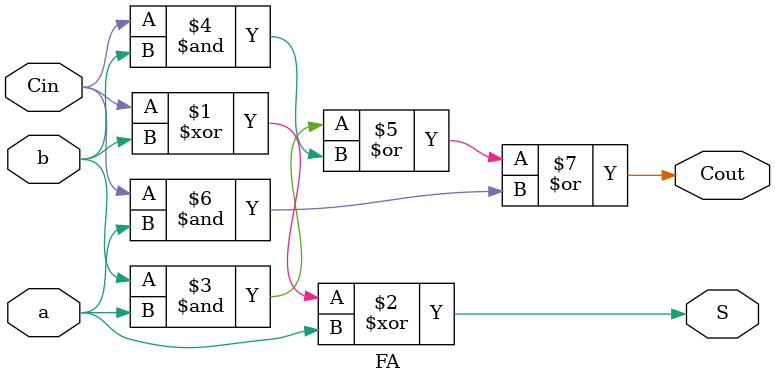
<source format=v>
module adder4bit (SW, LEDR);
	input [8:0] SW;
	output [9:0] LEDR;
	wire C1, C2, C3;

	FA Bit0 (SW[0], SW[4], SW[8], LEDR[0], C1);
	FA Bit1 (SW[1], SW[5], C1, LEDR[1], C2);
	FA Bit2 (SW[2], SW[6], C2, LEDR[2], C3);
	FA Bit3 (SW[3], SW[7], C3, LEDR[3], LEDR[9]);
endmodule

module FA(a, b, Cin, S, Cout);
	input a, b, Cin;
	output S, Cout;
	assign S = Cin^b^a;
	assign Cout = (b&a)|(Cin&b)|(Cin&a);
endmodule

</source>
